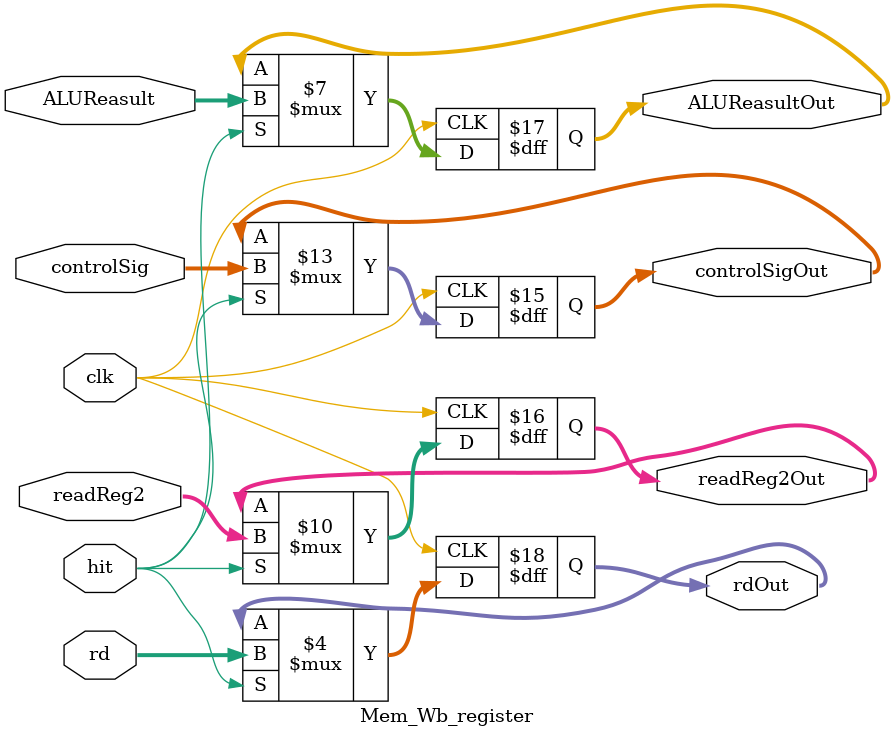
<source format=v>
`timescale 1ns / 1ps

module Mem_Wb_register(
								 input clk, hit ,
								 input [8:0] controlSig,
								 input [31:00] readReg2, ALUReasult, 
								 input [4:0] rd,
								 
								 output reg [8:0] controlSigOut,
								 output reg [31:00] readReg2Out, ALUReasultOut,
								 output reg [4:0] rdOut
    );
	 
	 initial begin 
		controlSigOut   = 0;
		readReg2Out 	 = 0;
		ALUReasultOut   = 0;
		rdOut				 = 0;
	 end
	 
	 always @ ( negedge clk )begin
		if ( hit ) begin 
				controlSigOut  = controlSig;
				readReg2Out    = readReg2;
				ALUReasultOut  = ALUReasult;
				rdOut				= rd;
		end
	 end


endmodule

</source>
